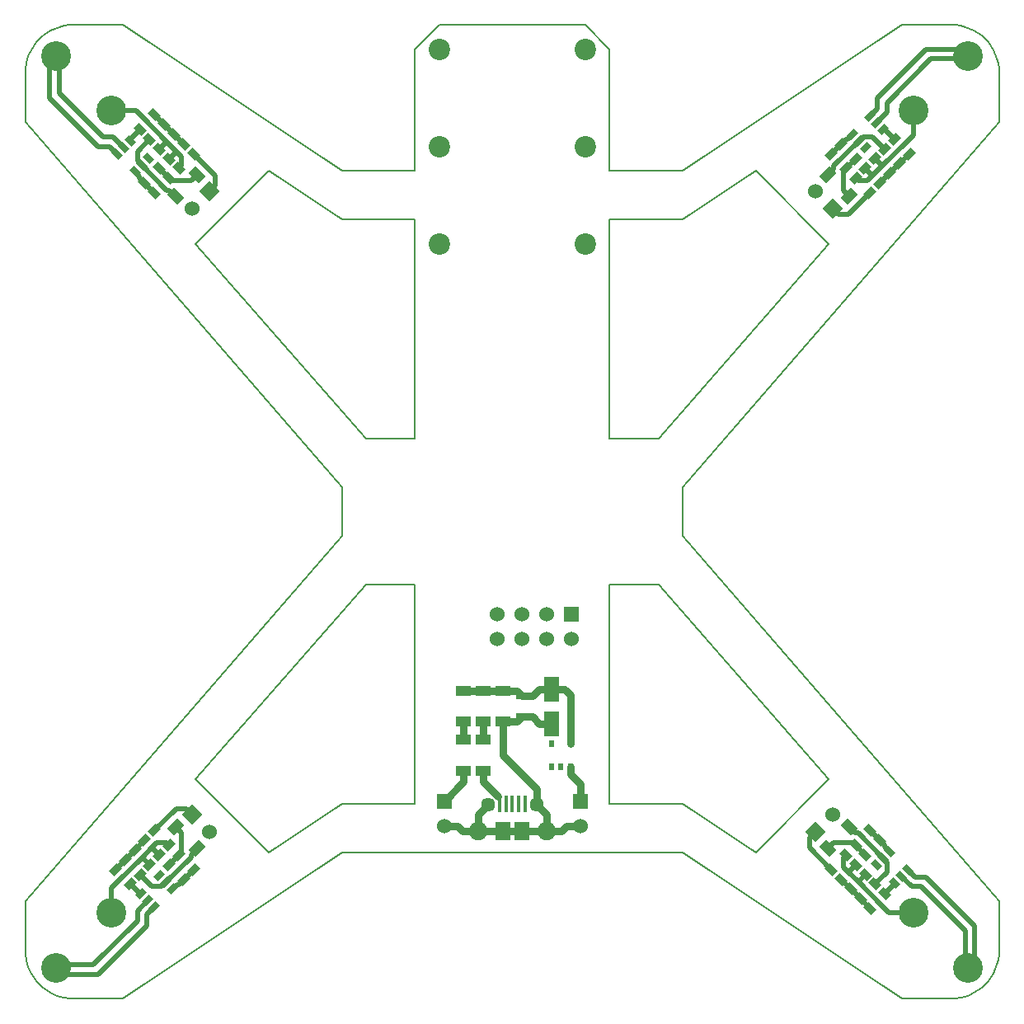
<source format=gbr>
G04 PROTEUS RS274X GERBER FILE*
%FSLAX45Y45*%
%MOMM*%
G01*
%ADD10C,0.508000*%
%ADD11C,0.762000*%
%ADD12C,0.254000*%
%ADD13C,0.762000*%
%ADD14C,3.048000*%
%AMPPAD005*
4,1,4,
0.134700,0.673520,
0.673520,0.134700,
-0.134700,-0.673520,
-0.673520,-0.134700,
0.134700,0.673520,
0*%
%ADD15PPAD005*%
%AMPPAD006*
4,1,4,
0.583360,0.123740,
-0.123740,-0.583360,
-0.583360,-0.123740,
0.123740,0.583360,
0.583360,0.123740,
0*%
%ADD16PPAD006*%
%AMPPAD007*
4,1,4,
0.179610,0.898030,
0.898030,0.179610,
-0.179610,-0.898030,
-0.898030,-0.179610,
0.179610,0.898030,
0*%
%ADD17PPAD007*%
%AMPPAD008*
4,1,4,
-0.673520,0.134700,
-0.134700,0.673520,
0.673520,-0.134700,
0.134700,-0.673520,
-0.673520,0.134700,
0*%
%ADD18PPAD008*%
%AMPPAD009*
4,1,4,
-0.123740,0.583360,
0.583360,-0.123740,
0.123740,-0.583360,
-0.583360,0.123740,
-0.123740,0.583360,
0*%
%ADD19PPAD009*%
%AMPPAD010*
4,1,4,
-0.898030,0.179610,
-0.179610,0.898030,
0.898030,-0.179610,
0.179610,-0.898030,
-0.898030,0.179610,
0*%
%ADD70PPAD010*%
%ADD71C,2.200000*%
%AMPPAD012*
4,1,4,
-1.077630,0.000000,
0.000000,1.077630,
1.077630,0.000000,
0.000000,-1.077630,
-1.077630,0.000000,
0*%
%ADD20PPAD012*%
%ADD21C,1.524000*%
%ADD22R,0.381000X1.778000*%
%ADD23C,1.450000*%
%ADD24C,1.900000*%
%ADD25R,1.500000X1.900000*%
%ADD26R,1.524000X1.016000*%
%ADD27R,1.524000X1.524000*%
%ADD28R,1.143000X0.762000*%
%ADD29R,1.524000X2.540000*%
%ADD72R,0.508000X0.635000*%
%ADD73C,0.203200*%
D10*
X-3490901Y-3875251D02*
X-3443315Y-3827665D01*
X-3432678Y-3827665D01*
X-3426797Y-3827665D01*
X-3374566Y-3775434D01*
X-3274566Y-3675434D02*
X-3374566Y-3775434D01*
X-3425434Y-3524565D02*
X-3525434Y-3624565D01*
X-3525434Y-3624566D01*
X-3824566Y-3725434D02*
X-3700000Y-3850000D01*
X-3650000Y-3850000D01*
X-3600000Y-3850000D01*
X-3558076Y-3808076D01*
X-3975434Y-3574566D02*
X-4075434Y-3674566D01*
X-3425434Y-3524565D02*
X-3400000Y-3499131D01*
X-3400000Y-3350000D01*
X-3400000Y-3300000D01*
X-3461355Y-3238645D01*
X-3875434Y-3474566D02*
X-3975434Y-3574566D01*
X-3741924Y-3991924D02*
X-3850000Y-4100000D01*
X-3850000Y-4200000D01*
X-4300000Y-4650000D01*
X-4500000Y-4650000D01*
X-4650000Y-4650000D01*
X-4682843Y-4682843D01*
X-3674749Y-4059099D02*
X-3750000Y-4134350D01*
X-3750000Y-4250000D01*
X-4250000Y-4750000D01*
X-4615686Y-4750000D01*
X-4682843Y-4682843D01*
X-3624566Y-3525434D02*
X-3700000Y-3450000D01*
X-3650000Y-3400000D01*
X-3600000Y-3400000D01*
X-3550000Y-3400000D01*
X-3524566Y-3425434D01*
X-3724566Y-3625434D02*
X-3800000Y-3550000D01*
X-4117157Y-4117157D02*
X-4117157Y-3867157D01*
X-4050000Y-3800000D01*
X-3800000Y-3550000D01*
X-3700000Y-3450000D01*
X-3238645Y-3461355D02*
X-3300000Y-3522710D01*
X-3300000Y-3522711D01*
X-3558076Y-3808076D02*
X-3300000Y-3550000D01*
X-3300000Y-3522710D01*
X-3300000Y-3522711D01*
X-3238645Y-3461355D01*
X-3238645Y-3461356D01*
X-3525434Y-3624566D02*
X-3425434Y-3524565D01*
X-3425434Y-3524566D01*
X-3775434Y-3374566D02*
X-3875434Y-3474566D01*
X-3809099Y-3924749D02*
X-3825251Y-3924749D01*
X-3825252Y-3924748D01*
X-3809099Y-3924748D02*
X-3809099Y-3924749D01*
X-3825251Y-3924749D01*
X-3825252Y-3924748D01*
X-3924566Y-3825434D01*
X+3875251Y-3490901D02*
X+3827665Y-3443315D01*
X+3827665Y-3432678D01*
X+3827665Y-3426797D01*
X+3775434Y-3374566D01*
X+3675434Y-3274566D02*
X+3775434Y-3374566D01*
X+3524565Y-3425434D02*
X+3624565Y-3525434D01*
X+3624566Y-3525434D01*
X+3725434Y-3824566D02*
X+3850000Y-3700000D01*
X+3850000Y-3650000D01*
X+3850000Y-3600000D01*
X+3808076Y-3558076D01*
X+3574566Y-3975434D02*
X+3674566Y-4075434D01*
X+3524565Y-3425434D02*
X+3499131Y-3400000D01*
X+3350000Y-3400000D01*
X+3300000Y-3400000D01*
X+3238645Y-3461355D01*
X+3474566Y-3875434D02*
X+3574566Y-3975434D01*
X+3991924Y-3741924D02*
X+4100000Y-3850000D01*
X+4200000Y-3850000D01*
X+4650000Y-4300000D01*
X+4650000Y-4500000D01*
X+4650000Y-4650000D01*
X+4682843Y-4682843D01*
X+4059099Y-3674749D02*
X+4134350Y-3750000D01*
X+4250000Y-3750000D01*
X+4750000Y-4250000D01*
X+4750000Y-4615686D01*
X+4682843Y-4682843D01*
X+3525434Y-3624566D02*
X+3450000Y-3700000D01*
X+3400000Y-3650000D01*
X+3400000Y-3600000D01*
X+3400000Y-3550000D01*
X+3425434Y-3524566D01*
X+3625434Y-3724566D02*
X+3550000Y-3800000D01*
X+4117157Y-4117157D02*
X+3867157Y-4117157D01*
X+3800000Y-4050000D01*
X+3550000Y-3800000D01*
X+3450000Y-3700000D01*
X+3461355Y-3238645D02*
X+3522710Y-3300000D01*
X+3522711Y-3300000D01*
X+3808076Y-3558076D02*
X+3550000Y-3300000D01*
X+3522710Y-3300000D01*
X+3522711Y-3300000D01*
X+3461355Y-3238645D01*
X+3461356Y-3238645D01*
X+3624566Y-3525434D02*
X+3524565Y-3425434D01*
X+3524566Y-3425434D01*
X+3374566Y-3775434D02*
X+3474566Y-3875434D01*
X+3924749Y-3809099D02*
X+3924749Y-3825251D01*
X+3924748Y-3825252D01*
X+3924748Y-3809099D02*
X+3924749Y-3809099D01*
X+3924749Y-3825251D01*
X+3924748Y-3825252D01*
X+3825434Y-3924566D01*
X+3490901Y+3875251D02*
X+3443315Y+3827665D01*
X+3432678Y+3827665D01*
X+3426797Y+3827665D01*
X+3374566Y+3775434D01*
X+3274566Y+3675434D02*
X+3374566Y+3775434D01*
X+3425434Y+3524565D02*
X+3525434Y+3624565D01*
X+3525434Y+3624566D01*
X+3824566Y+3725434D02*
X+3700000Y+3850000D01*
X+3650000Y+3850000D01*
X+3600000Y+3850000D01*
X+3558076Y+3808076D01*
X+3975434Y+3574566D02*
X+4075434Y+3674566D01*
X+3425434Y+3524565D02*
X+3400000Y+3499131D01*
X+3400000Y+3350000D01*
X+3400000Y+3300000D01*
X+3461355Y+3238645D01*
X+3875434Y+3474566D02*
X+3975434Y+3574566D01*
X+3741924Y+3991924D02*
X+3850000Y+4100000D01*
X+3850000Y+4200000D01*
X+4300000Y+4650000D01*
X+4500000Y+4650000D01*
X+4650000Y+4650000D01*
X+4682843Y+4682843D01*
X+3674749Y+4059099D02*
X+3750000Y+4134350D01*
X+3750000Y+4250000D01*
X+4250000Y+4750000D01*
X+4615686Y+4750000D01*
X+4682843Y+4682843D01*
X+3624566Y+3525434D02*
X+3700000Y+3450000D01*
X+3650000Y+3400000D01*
X+3600000Y+3400000D01*
X+3550000Y+3400000D01*
X+3524566Y+3425434D01*
X+3724566Y+3625434D02*
X+3800000Y+3550000D01*
X+4117157Y+4117157D02*
X+4117157Y+3867157D01*
X+4050000Y+3800000D01*
X+3800000Y+3550000D01*
X+3700000Y+3450000D01*
X+3238645Y+3461355D02*
X+3300000Y+3522710D01*
X+3300000Y+3522711D01*
X+3558076Y+3808076D02*
X+3300000Y+3550000D01*
X+3300000Y+3522710D01*
X+3300000Y+3522711D01*
X+3238645Y+3461355D01*
X+3238645Y+3461356D01*
X+3525434Y+3624566D02*
X+3425434Y+3524565D01*
X+3425434Y+3524566D01*
X+3775434Y+3374566D02*
X+3875434Y+3474566D01*
X+3809099Y+3924749D02*
X+3825251Y+3924749D01*
X+3825252Y+3924748D01*
X+3809099Y+3924748D02*
X+3809099Y+3924749D01*
X+3825251Y+3924749D01*
X+3825252Y+3924748D01*
X+3924566Y+3825434D01*
X-3875251Y+3490901D02*
X-3827665Y+3443315D01*
X-3827665Y+3432678D01*
X-3827665Y+3426797D01*
X-3775434Y+3374566D01*
X-3675434Y+3274566D02*
X-3775434Y+3374566D01*
X-3524565Y+3425434D02*
X-3624565Y+3525434D01*
X-3624566Y+3525434D01*
X-3725434Y+3824566D02*
X-3850000Y+3700000D01*
X-3850000Y+3650000D01*
X-3850000Y+3600000D01*
X-3808076Y+3558076D01*
X-3574566Y+3975434D02*
X-3674566Y+4075434D01*
X-3524565Y+3425434D02*
X-3499131Y+3400000D01*
X-3350000Y+3400000D01*
X-3300000Y+3400000D01*
X-3238645Y+3461355D01*
X-3474566Y+3875434D02*
X-3574566Y+3975434D01*
X-3991924Y+3741924D02*
X-4100000Y+3850000D01*
X-4200000Y+3850000D01*
X-4650000Y+4300000D01*
X-4650000Y+4500000D01*
X-4650000Y+4650000D01*
X-4682843Y+4682843D01*
X-4059099Y+3674749D02*
X-4134350Y+3750000D01*
X-4250000Y+3750000D01*
X-4750000Y+4250000D01*
X-4750000Y+4615686D01*
X-4682843Y+4682843D01*
X-3525434Y+3624566D02*
X-3450000Y+3700000D01*
X-3400000Y+3650000D01*
X-3400000Y+3600000D01*
X-3400000Y+3550000D01*
X-3425434Y+3524566D01*
X-3625434Y+3724566D02*
X-3550000Y+3800000D01*
X-4117157Y+4117157D02*
X-3867157Y+4117157D01*
X-3800000Y+4050000D01*
X-3550000Y+3800000D01*
X-3450000Y+3700000D01*
X-3461355Y+3238645D02*
X-3522710Y+3300000D01*
X-3522711Y+3300000D01*
X-3808076Y+3558076D02*
X-3550000Y+3300000D01*
X-3522710Y+3300000D01*
X-3522711Y+3300000D01*
X-3461355Y+3238645D01*
X-3461356Y+3238645D01*
X-3624566Y+3525434D02*
X-3524565Y+3425434D01*
X-3524566Y+3425434D01*
X-3374566Y+3775434D02*
X-3474566Y+3875434D01*
X-3924749Y+3809099D02*
X-3924749Y+3825251D01*
X-3924748Y+3825252D01*
X-3924748Y+3809099D02*
X-3924749Y+3809099D01*
X-3924749Y+3825251D01*
X-3924748Y+3825252D01*
X-3825434Y+3924566D01*
X-3274566Y+3675434D02*
X-3050000Y+3450868D01*
X-3050000Y+3450000D01*
X-3050000Y+3350000D01*
X-3110197Y+3289803D01*
X-3675434Y-3274566D02*
X-3450868Y-3050000D01*
X-3350000Y-3050000D01*
X-3289802Y-3110198D01*
X+3274566Y-3675434D02*
X+3050000Y-3450868D01*
X+3050000Y-3350000D01*
X+3110197Y-3289803D01*
X+3675434Y+3274566D02*
X+3450868Y+3050000D01*
X+3350000Y+3050000D01*
X+3289803Y+3110197D01*
X+3289802Y+3110197D01*
D11*
X-700000Y-3227000D02*
X-563974Y-3227000D01*
X-528269Y-3262705D01*
X-508274Y-3282700D01*
X-350000Y-3282700D01*
X+700000Y-3227000D02*
X+559153Y-3227000D01*
X+525659Y-3260494D01*
X+503453Y-3282700D01*
X+350000Y-3282700D01*
X-350000Y-3282700D02*
X-100000Y-3282700D01*
X+100000Y-3282700D01*
X+350000Y-3282700D01*
X-350000Y-3282700D02*
X-350000Y-3112700D01*
X-250000Y-3012700D01*
X+350000Y-3282700D02*
X+350000Y-3112700D01*
X+250000Y-3012700D01*
X-500000Y-2342520D02*
X-500000Y-2157480D01*
X-300000Y-2157480D02*
X-300000Y-2342520D01*
X-300000Y-1842520D02*
X-500000Y-1842520D01*
X-300000Y-1842520D02*
X-100000Y-1842520D01*
X+100000Y-1893320D02*
X+49200Y-1842520D01*
X-100000Y-1842520D01*
X+100000Y-2106680D02*
X+49200Y-2157480D01*
X-100000Y-2157480D01*
X-700000Y-2973000D02*
X-500000Y-2773000D01*
X-500000Y-2657480D01*
X-300000Y-2657480D02*
X-300000Y-2770436D01*
X-149050Y-2921386D01*
X-148939Y-2921840D01*
D12*
X-130000Y-3000000D01*
D11*
X-100000Y-2157480D02*
X-100000Y-2500000D01*
X+200000Y-2800000D01*
X+250000Y-2850000D01*
X+250000Y-3012700D01*
X+400000Y-1820000D02*
X+280000Y-1820000D01*
X+206680Y-1893320D01*
X+100000Y-1893320D01*
X+400000Y-2180000D02*
X+280000Y-2180000D01*
X+206680Y-2106680D01*
X+100000Y-2106680D01*
X+593980Y-2383160D02*
X+593980Y-1879299D01*
X+543210Y-1828529D01*
X+534681Y-1820000D01*
X+400000Y-1820000D01*
X+593980Y-2621920D02*
X+593980Y-2693980D01*
X+700000Y-2800000D01*
X+700000Y-2973000D01*
D13*
X-3775434Y-3374566D03*
X-4075434Y-3674566D03*
X-3525434Y-3624566D03*
X-3425434Y-3524565D03*
X-3975434Y-3574566D03*
X-3461355Y-3238645D03*
X-3875434Y-3474566D03*
X+3374566Y-3775434D03*
X+3674566Y-4075434D03*
X+3624566Y-3525434D03*
X+3524565Y-3425434D03*
X+3574566Y-3975434D03*
X+3238645Y-3461355D03*
X+3474566Y-3875434D03*
X+3775434Y+3374566D03*
X+4075434Y+3674566D03*
X+3525434Y+3624566D03*
X+3425434Y+3524565D03*
X+3975434Y+3574566D03*
X+3461355Y+3238645D03*
X+3875434Y+3474566D03*
X-3374566Y+3775434D03*
X-3674566Y+4075434D03*
X-3624566Y+3525434D03*
X-3524565Y+3425434D03*
X-3574566Y+3975434D03*
X-3238645Y+3461355D03*
X-3474566Y+3875434D03*
D14*
X-4682843Y-4682843D03*
X-4117157Y-4117157D03*
D15*
X-3775434Y-3374566D03*
X-3624566Y-3525434D03*
D16*
X-3809099Y-3924749D03*
X-3741924Y-3991924D03*
X-3674749Y-4059099D03*
X-3490901Y-3875251D03*
X-3558076Y-3808076D03*
X-3625251Y-3740901D03*
D15*
X-3724566Y-3625434D03*
X-3875434Y-3474566D03*
X-3524566Y-3425434D03*
X-3675434Y-3274566D03*
X-3924566Y-3825434D03*
X-4075434Y-3674566D03*
D17*
X-3461355Y-3238645D03*
X-3238645Y-3461355D03*
D15*
X-3824566Y-3725434D03*
X-3975434Y-3574566D03*
X-3374566Y-3775434D03*
X-3525434Y-3624566D03*
X-3274566Y-3675434D03*
X-3425434Y-3524566D03*
D14*
X+4682843Y-4682843D03*
X+4117157Y-4117157D03*
D18*
X+3374566Y-3775434D03*
X+3525434Y-3624566D03*
D19*
X+3924749Y-3809099D03*
X+3991924Y-3741924D03*
X+4059099Y-3674749D03*
X+3875251Y-3490901D03*
X+3808076Y-3558076D03*
X+3740901Y-3625251D03*
D18*
X+3625434Y-3724566D03*
X+3474566Y-3875434D03*
X+3425434Y-3524566D03*
X+3274566Y-3675434D03*
X+3825434Y-3924566D03*
X+3674566Y-4075434D03*
D70*
X+3238645Y-3461355D03*
X+3461355Y-3238645D03*
D18*
X+3725434Y-3824566D03*
X+3574566Y-3975434D03*
X+3775434Y-3374566D03*
X+3624566Y-3525434D03*
X+3675434Y-3274566D03*
X+3524566Y-3425434D03*
D14*
X+4682843Y+4682843D03*
X+4117157Y+4117157D03*
D15*
X+3775434Y+3374566D03*
X+3624566Y+3525434D03*
D16*
X+3809099Y+3924749D03*
X+3741924Y+3991924D03*
X+3674749Y+4059099D03*
X+3490901Y+3875251D03*
X+3558076Y+3808076D03*
X+3625251Y+3740901D03*
D15*
X+3724566Y+3625434D03*
X+3875434Y+3474566D03*
X+3524566Y+3425434D03*
X+3675434Y+3274566D03*
X+3924566Y+3825434D03*
X+4075434Y+3674566D03*
D17*
X+3461355Y+3238645D03*
X+3238645Y+3461355D03*
D15*
X+3824566Y+3725434D03*
X+3975434Y+3574566D03*
X+3374566Y+3775434D03*
X+3525434Y+3624566D03*
X+3274566Y+3675434D03*
X+3425434Y+3524566D03*
D14*
X-4682843Y+4682843D03*
X-4117157Y+4117157D03*
D18*
X-3374566Y+3775434D03*
X-3525434Y+3624566D03*
D19*
X-3924749Y+3809099D03*
X-3991924Y+3741924D03*
X-4059099Y+3674749D03*
X-3875251Y+3490901D03*
X-3808076Y+3558076D03*
X-3740901Y+3625251D03*
D18*
X-3625434Y+3724566D03*
X-3474566Y+3875434D03*
X-3425434Y+3524566D03*
X-3274566Y+3675434D03*
X-3825434Y+3924566D03*
X-3674566Y+4075434D03*
D70*
X-3238645Y+3461355D03*
X-3461355Y+3238645D03*
D18*
X-3725434Y+3824566D03*
X-3574566Y+3975434D03*
X-3775434Y+3374566D03*
X-3624566Y+3525434D03*
X-3675434Y+3274566D03*
X-3524566Y+3425434D03*
D71*
X-750000Y+2750000D03*
X-750000Y+3750000D03*
X+750000Y+3750000D03*
X+750000Y+2750000D03*
X-750000Y+4750000D03*
X+750000Y+4750000D03*
D20*
X+3110197Y-3289803D03*
D21*
X+3289802Y-3110197D03*
D20*
X+3289802Y+3110197D03*
D21*
X+3110197Y+3289802D03*
D20*
X-3289802Y-3110198D03*
D21*
X-3110197Y-3289803D03*
D20*
X-3110197Y+3289803D03*
D21*
X-3289803Y+3110197D03*
D22*
X-130000Y-3000000D03*
X-65000Y-3000000D03*
X+0Y-3000000D03*
X+65000Y-3000000D03*
X+130000Y-3000000D03*
D23*
X-250000Y-3012700D03*
X+250000Y-3012700D03*
D24*
X-350000Y-3282700D03*
X+350000Y-3282700D03*
D25*
X-100000Y-3282700D03*
X+100000Y-3282700D03*
D26*
X-300000Y-2657480D03*
X-300000Y-2342520D03*
X-300000Y-2157480D03*
X-300000Y-1842520D03*
X-500000Y-2157480D03*
X-500000Y-1842520D03*
X-500000Y-2342520D03*
X-500000Y-2657480D03*
D27*
X+700000Y-2973000D03*
D21*
X+700000Y-3227000D03*
D27*
X-700000Y-2973000D03*
D21*
X-700000Y-3227000D03*
D26*
X-100000Y-2157480D03*
X-100000Y-1842520D03*
D28*
X+100000Y-1893320D03*
X+100000Y-2106680D03*
D29*
X+400000Y-1820000D03*
X+400000Y-2180000D03*
D72*
X+403480Y-2621920D03*
X+497460Y-2621920D03*
X+593980Y-2621920D03*
X+593980Y-2383160D03*
X+403480Y-2383160D03*
D27*
X+603000Y-1052000D03*
D21*
X+603000Y-1306000D03*
X+349000Y-1052000D03*
X+349000Y-1306000D03*
X+95000Y-1052000D03*
X+95000Y-1306000D03*
X-159000Y-1052000D03*
X-159000Y-1306000D03*
D73*
X-4000000Y-5000000D02*
X-4500000Y-5000000D01*
X-4551964Y-4997475D01*
X-4602234Y-4990051D01*
X-4650581Y-4977959D01*
X-4696777Y-4961426D01*
X-4740593Y-4940681D01*
X-4781799Y-4915955D01*
X-4820168Y-4887474D01*
X-4855469Y-4855469D01*
X-4887474Y-4820168D01*
X-4915955Y-4781799D01*
X-4940682Y-4740593D01*
X-4961426Y-4696777D01*
X-4977959Y-4650581D01*
X-4990051Y-4602234D01*
X-4997475Y-4551964D01*
X-5000000Y-4500000D01*
X-5000000Y-4000000D01*
X-1750000Y-250000D01*
X-1750000Y+250000D01*
X-5000000Y+4000000D01*
X-5000000Y+4500000D01*
X-4997475Y+4551964D01*
X-4990051Y+4602234D01*
X-4977959Y+4650581D01*
X-4961426Y+4696777D01*
X-4940682Y+4740593D01*
X-4915955Y+4781799D01*
X-4887474Y+4820168D01*
X-4855469Y+4855469D01*
X-4820168Y+4887474D01*
X-4781799Y+4915955D01*
X-4740593Y+4940681D01*
X-4696777Y+4961426D01*
X-4650581Y+4977959D01*
X-4602234Y+4990051D01*
X-4551964Y+4997475D01*
X-4500000Y+5000000D01*
X-4000000Y+5000000D01*
X-1750000Y+3500000D01*
X-1000000Y+3500000D01*
X-1000000Y+4750000D01*
X-750000Y+5000000D01*
X+750000Y+5000000D01*
X+1000000Y+4750000D01*
X+1000000Y+3500000D01*
X+1750000Y+3500000D01*
X+4000000Y+5000000D01*
X+4500000Y+5000000D01*
X+4551964Y+4997475D01*
X+4602234Y+4990051D01*
X+4650581Y+4977959D01*
X+4696777Y+4961426D01*
X+4740593Y+4940681D01*
X+4781799Y+4915955D01*
X+4820168Y+4887474D01*
X+4855469Y+4855469D01*
X+4887474Y+4820168D01*
X+4915955Y+4781799D01*
X+4940682Y+4740593D01*
X+4961426Y+4696777D01*
X+4977959Y+4650581D01*
X+4990051Y+4602234D01*
X+4997475Y+4551964D01*
X+5000000Y+4500000D01*
X+5000000Y+4000000D01*
X+1750000Y+250000D01*
X+1750000Y-250000D01*
X+5000000Y-4000000D01*
X+5000000Y-4500000D01*
X+4997475Y-4551964D01*
X+4990051Y-4602234D01*
X+4977959Y-4650581D01*
X+4961426Y-4696777D01*
X+4940682Y-4740593D01*
X+4915955Y-4781799D01*
X+4887474Y-4820168D01*
X+4855469Y-4855469D01*
X+4820168Y-4887474D01*
X+4781799Y-4915955D01*
X+4740593Y-4940681D01*
X+4696777Y-4961426D01*
X+4650581Y-4977959D01*
X+4602234Y-4990051D01*
X+4551964Y-4997475D01*
X+4500000Y-5000000D01*
X+4000000Y-5000000D01*
X+1750000Y-3500000D01*
X-1750000Y-3500000D01*
X-4000000Y-5000000D01*
X-3250000Y-2750000D02*
X-2500000Y-3500000D01*
X-1750000Y-3000000D01*
X-1000000Y-3000000D01*
X-1000000Y-750000D01*
X-1500000Y-750000D01*
X-3250000Y-2750000D01*
X+3250000Y-2750000D02*
X+2500000Y-3500000D01*
X+1750000Y-3000000D01*
X+1000000Y-3000000D01*
X+1000000Y-750000D01*
X+1500000Y-750000D01*
X+3250000Y-2750000D01*
X+3250000Y+2750000D02*
X+2500000Y+3500000D01*
X+1750000Y+3000000D01*
X+1000000Y+3000000D01*
X+1000000Y+750000D01*
X+1500000Y+750000D01*
X+3250000Y+2750000D01*
X-3250000Y+2750000D02*
X-2500000Y+3500000D01*
X-1750000Y+3000000D01*
X-1000000Y+3000000D01*
X-1000000Y+750000D01*
X-1500000Y+750000D01*
X-3250000Y+2750000D01*
M02*

</source>
